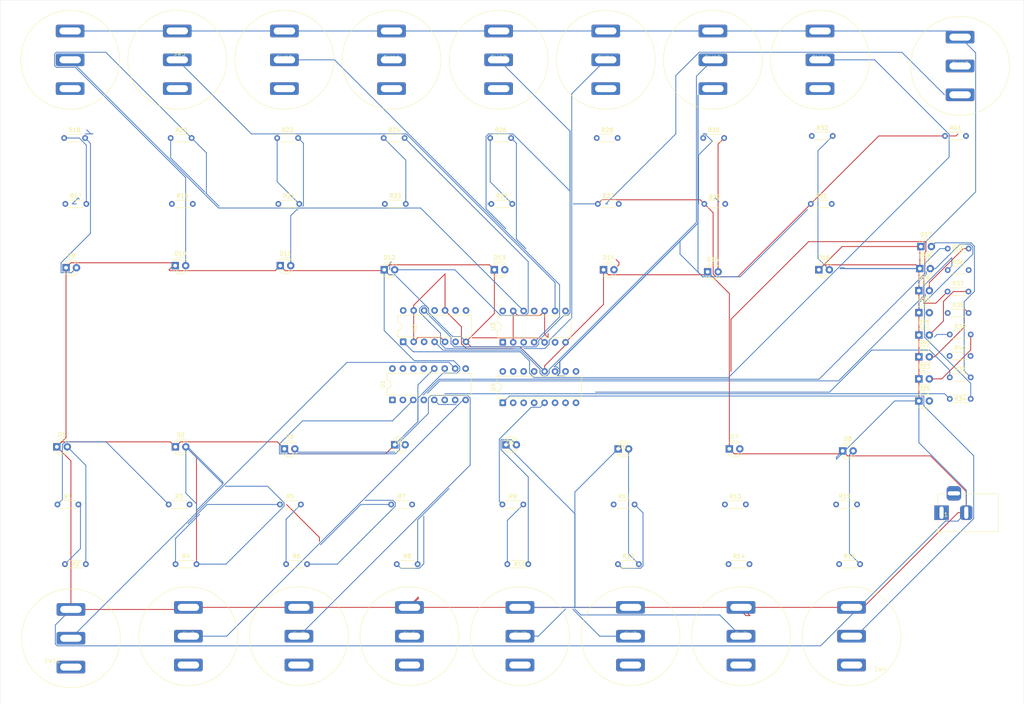
<source format=kicad_pcb>
(kicad_pcb (version 20241229) (generator "pcbnew") (generator_version "9.0")
  (layers (0 "F.Cu" signal) (2 "B.Cu" signal) (13 "F.Paste" user) (15 "B.Paste" user) (5 "F.SilkS" user "F.Silkscreen") (7 "B.SilkS" user "B.Silkscreen") (1 "F.Mask" user) (3 "B.Mask" user) (25 "Edge.Cuts" user))
  (net 0 "")
  (net 1 "GND")
  (net 2 "Net-(D1-A)")
  (net 3 "Net-(D2-A)")
  (net 4 "Net-(D3-A)")
  (net 5 "Net-(D4-A)")
  (net 6 "Net-(D5-A)")
  (net 7 "Net-(D6-A)")
  (net 8 "Net-(D7-A)")
  (net 9 "Net-(D8-A)")
  (net 10 "Net-(D9-A)")
  (net 11 "Net-(D10-A)")
  (net 12 "Net-(D11-A)")
  (net 13 "Net-(D12-A)")
  (net 14 "Net-(D13-A)")
  (net 15 "Net-(D14-A)")
  (net 16 "Net-(D15-A)")
  (net 17 "Net-(D16-A)")
  (net 18 "Net-(D17-A)")
  (net 19 "Net-(D18-A)")
  (net 20 "Net-(D19-A)")
  (net 21 "Net-(D20-A)")
  (net 22 "Net-(D21-A)")
  (net 23 "Net-(D22-A)")
  (net 24 "Net-(D23-A)")
  (net 25 "Net-(D24-A)")
  (net 26 "VCC")
  (net 27 "Net-(R1-Pad2)")
  (net 28 "Net-(R3-Pad2)")
  (net 29 "Net-(R5-Pad2)")
  (net 30 "Net-(R7-Pad2)")
  (net 31 "Net-(R10-Pad1)")
  (net 32 "Net-(R11-Pad2)")
  (net 33 "Net-(R13-Pad2)")
  (net 34 "Net-(R15-Pad2)")
  (net 35 "Net-(R17-Pad2)")
  (net 36 "Net-(R19-Pad2)")
  (net 37 "Net-(R21-Pad2)")
  (net 38 "Net-(R23-Pad2)")
  (net 39 "Net-(R25-Pad2)")
  (net 40 "Net-(R27-Pad2)")
  (net 41 "Net-(R29-Pad2)")
  (net 42 "Net-(R31-Pad2)")
  (net 43 "/S0")
  (net 44 "/S1")
  (net 45 "/S2")
  (net 46 "/S3")
  (net 47 "/S4")
  (net 48 "/S5")
  (net 49 "/S6")
  (net 50 "/S7")
  (net 51 "/SUB")
  (net 52 "/B0")
  (net 54 "/A6")
  (net 56 "/A5")
  (net 58 "/A7")
  (net 61 "/B1")
  (net 62 "/A3")
  (net 64 "/A4")
  (net 66 "/A2")
  (net 68 "/A1")
  (net 71 "/B2")
  (net 73 "/B3")
  (net 74 "/A0")
  (net 76 "/B4")
  (net 78 "/B5")
  (net 80 "/B6")
  (net 83 "/B7")
  (net 84 "Net-(U1-B3)")
  (net 85 "Net-(U1-C4)")
  (net 86 "Net-(U1-B4)")
  (net 87 "Net-(U1-B2)")
  (net 88 "Net-(U1-B1)")
  (net 89 "Net-(U4-B1)")
  (net 90 "Net-(U4-B2)")
  (net 91 "Net-(U4-B3)")
  (net 92 "Net-(U4-B4)")
  (footprint "new switch:adder switch" (layer "F.Cu") (at 218.5 30)
    (property "Reference" "SW16")
    (property "Value" "SW_SPDT")
  )
  (footprint "Resistor_THT:R_Axial_DIN0204_L3.6mm_D1.6mm_P5.08mm_Horizontal" (layer "F.Cu") (at 195.42 138)
    (property "Reference" "R13")
    (property "Value" "1k")
  )
  (footprint "new switch:adder switch" (layer "F.Cu") (at 172.5 170)
    (property "Reference" "SW3")
    (property "Value" "SW_SPDT")
  )
  (footprint "LED_THT:LED_D3.0mm" (layer "F.Cu") (at 242.5 91.428572)
    (property "Reference" "D20")
    (property "Value" "LED")
  )
  (footprint "LED_THT:LED_D3.0mm" (layer "F.Cu") (at 169.5 124.5)
    (property "Reference" "D6")
    (property "Value" "LED")
  )
  (footprint "new switch:adder switch" (layer "F.Cu") (at 118.849206 170)
    (property "Reference" "SW6")
    (property "Value" "SW_SPDT")
  )
  (footprint "new switch:adder switch" (layer "F.Cu") (at 199.325396 170)
    (property "Reference" "SW2")
    (property "Value" "SW_SPDT")
  )
  (footprint "new switch:adder switch" (layer "F.Cu") (at 36.683333 170.5)
    (property "Reference" "SW12")
    (property "Value" "SW_SPDT")
  )
  (footprint "Resistor_THT:R_Axial_DIN0204_L3.6mm_D1.6mm_P5.08mm_Horizontal" (layer "F.Cu") (at 250 107.142857)
    (property "Reference" "R33")
    (property "Value" "1k")
  )
  (footprint "Resistor_THT:R_Axial_DIN0204_L3.6mm_D1.6mm_P5.08mm_Horizontal" (layer "F.Cu") (at 86.751428 49)
    (property "Reference" "R22")
    (property "Value" "1k")
  )
  (footprint "Resistor_THT:R_Axial_DIN0204_L3.6mm_D1.6mm_P5.08mm_Horizontal" (layer "F.Cu") (at 142.614286 152.5)
    (property "Reference" "R10")
    (property "Value" "1k")
  )
  (footprint "Resistor_THT:R_Axial_DIN0204_L3.6mm_D1.6mm_P5.08mm_Horizontal" (layer "F.Cu") (at 114.42 138)
    (property "Reference" "R7")
    (property "Value" "1k")
  )
  (footprint "Resistor_THT:R_Axial_DIN0204_L3.6mm_D1.6mm_P5.08mm_Horizontal" (layer "F.Cu") (at 62.077143 152.5)
    (property "Reference" "R4")
    (property "Value" "1k")
  )
  (footprint "Package_DIP:DIP-16_W7.62mm" (layer "F.Cu") (at 114.72 112.62 90)
    (property "Reference" "U1")
    (property "Value" "~")
  )
  (footprint "Package_DIP:DIP-16_W7.62mm" (layer "F.Cu") (at 141.5 113.305 90)
    (property "Reference" "U4")
    (property "Value" "~")
  )
  (footprint "LED_THT:LED_D3.0mm" (layer "F.Cu") (at 242.5 96.857143)
    (property "Reference" "D21")
    (property "Value" "LED")
  )
  (footprint "Resistor_THT:R_Axial_DIN0204_L3.6mm_D1.6mm_P5.08mm_Horizontal" (layer "F.Cu") (at 249.46 86.285714)
    (property "Reference" "R37")
    (property "Value" "1k")
  )
  (footprint "new switch:adder switch" (layer "F.Cu") (at 145.674603 170)
    (property "Reference" "SW7")
    (property "Value" "SW_SPDT")
  )
  (footprint "new switch:adder switch" (layer "F.Cu") (at 114.5 30)
    (property "Reference" "SW11")
    (property "Value" "SW_SPDT")
  )
  (footprint "Resistor_THT:R_Axial_DIN0204_L3.6mm_D1.6mm_P5.08mm_Horizontal" (layer "F.Cu") (at 249.96 101.928572)
    (property "Reference" "R40")
    (property "Value" "1k")
  )
  (footprint "LED_THT:LED_D3.0mm" (layer "F.Cu") (at 112.73 81)
    (property "Reference" "D12")
    (property "Value" "LED")
  )
  (footprint "Resistor_THT:R_Axial_DIN0204_L3.6mm_D1.6mm_P5.08mm_Horizontal" (layer "F.Cu") (at 222.42 138)
    (property "Reference" "R15")
    (property "Value" "1k")
  )
  (footprint "Resistor_THT:R_Axial_DIN0204_L3.6mm_D1.6mm_P5.08mm_Horizontal" (layer "F.Cu") (at 190.157142 49)
    (property "Reference" "R30")
    (property "Value" "1k")
  )
  (footprint "Resistor_THT:R_Axial_DIN0204_L3.6mm_D1.6mm_P5.08mm_Horizontal" (layer "F.Cu") (at 248.845714 48.5)
    (property "Reference" "R41")
    (property "Value" "R")
  )
  (footprint "Resistor_THT:R_Axial_DIN0204_L3.6mm_D1.6mm_P5.08mm_Horizontal" (layer "F.Cu") (at 249.5 91.5)
    (property "Reference" "R38")
    (property "Value" "1k")
  )
  (footprint "Resistor_THT:R_Axial_DIN0204_L3.6mm_D1.6mm_P5.08mm_Horizontal" (layer "F.Cu") (at 35.048571 49)
    (property "Reference" "R18")
    (property "Value" "1k")
  )
  (footprint "Resistor_THT:R_Axial_DIN0204_L3.6mm_D1.6mm_P5.08mm_Horizontal" (layer "F.Cu") (at 115.768572 152.5)
    (property "Reference" "R8")
    (property "Value" "1k")
  )
  (footprint "new switch:adder switch" (layer "F.Cu") (at 88.5 30)
    (property "Reference" "SW10")
    (property "Value" "SW_SPDT")
  )
  (footprint "new switch:adder switch" (layer "F.Cu") (at 252.5 31.5)
    (property "Reference" "SW17")
    (property "Value" "SW_Push")
  )
  (footprint "LED_THT:LED_D3.0mm" (layer "F.Cu") (at 139.46 81)
    (property "Reference" "D13")
    (property "Value" "LED")
  )
  (footprint "LED_THT:LED_D3.0mm" (layer "F.Cu") (at 242.5 112.857143)
    (property "Reference" "D24")
    (property "Value" "LED")
  )
  (footprint "Resistor_THT:R_Axial_DIN0204_L3.6mm_D1.6mm_P5.08mm_Horizontal" (layer "F.Cu") (at 35.345714 65)
    (property "Reference" "R17")
    (property "Value" "1k")
  )
  (footprint "Resistor_THT:R_Axial_DIN0204_L3.6mm_D1.6mm_P5.08mm_Horizontal" (layer "F.Cu") (at 250 96.714286)
    (property "Reference" "R39")
    (property "Value" "1k")
  )
  (footprint "LED_THT:LED_D3.0mm" (layer "F.Cu") (at 242.5 102.142857)
    (property "Reference" "D22")
    (property "Value" "LED")
  )
  (footprint "LED_THT:LED_D3.0mm" (layer "F.Cu") (at 218.23 81)
    (property "Reference" "D16")
    (property "Value" "LED")
  )
  (footprint "LED_THT:LED_D3.0mm" (layer "F.Cu") (at 242.5 86.071429)
    (property "Reference" "D19")
    (property "Value" "LED")
  )
  (footprint "new switch:adder switch" (layer "F.Cu") (at 192.5 30)
    (property "Reference" "SW15")
    (property "Value" "SW_SPDT")
  )
  (footprint "Resistor_THT:R_Axial_DIN0204_L3.6mm_D1.6mm_P5.08mm_Horizontal" (layer "F.Cu") (at 112.602857 49)
    (property "Reference" "R24")
    (property "Value" "1k")
  )
  (footprint "Resistor_THT:R_Axial_DIN0204_L3.6mm_D1.6mm_P5.08mm_Horizontal" (layer "F.Cu") (at 223.151429 152.5)
    (property "Reference" "R16")
    (property "Value" "1k")
  )
  (footprint "LED_THT:LED_D3.0mm" (layer "F.Cu") (at 224 125)
    (property "Reference" "D8")
    (property "Value" "LED")
  )
  (footprint "Resistor_THT:R_Axial_DIN0204_L3.6mm_D1.6mm_P5.08mm_Horizontal" (layer "F.Cu") (at 60.9 49)
    (property "Reference" "R20")
    (property "Value" "1k")
  )
  (footprint "new switch:adder switch" (layer "F.Cu") (at 62.5 30)
    (property "Reference" "SW5")
    (property "Value" "SW_SPDT")
  )
  (footprint "Resistor_THT:R_Axial_DIN0204_L3.6mm_D1.6mm_P5.08mm_Horizontal" (layer "F.Cu") (at 250 112.357143)
    (property "Reference" "R34")
    (property "Value" "1k")
  )
  (footprint "Resistor_THT:R_Axial_DIN0204_L3.6mm_D1.6mm_P5.08mm_Horizontal" (layer "F.Cu") (at 138.728571 65)
    (property "Reference" "R25")
    (property "Value" "1k")
  )
  (footprint "LED_THT:LED_D3.0mm" (layer "F.Cu") (at 142.27 123.5)
    (property "Reference" "D5")
    (property "Value" "LED")
  )
  (footprint "Resistor_THT:R_Axial_DIN0204_L3.6mm_D1.6mm_P5.08mm_Horizontal" (layer "F.Cu") (at 190.42 65)
    (property "Reference" "R29")
    (property "Value" "1k")
  )
  (footprint "Resistor_THT:R_Axial_DIN0204_L3.6mm_D1.6mm_P5.08mm_Horizontal" (layer "F.Cu") (at 33.42 138)
    (property "Reference" "R1")
    (property "Value" "1k")
  )
  (footprint "Resistor_THT:R_Axial_DIN0204_L3.6mm_D1.6mm_P5.08mm_Horizontal" (layer "F.Cu") (at 216.265714 65)
    (property "Reference" "R31")
    (property "Value" "1k")
  )
  (footprint "new switch:adder switch" (layer "F.Cu") (at 65.198413 170)
    (property "Reference" "SW9")
    (property "Value" "SW_SPDT")
  )
  (footprint "Resistor_THT:R_Axial_DIN0204_L3.6mm_D1.6mm_P5.08mm_Horizontal" (layer "F.Cu") (at 249.5 75.857143)
    (property "Reference" "R35")
    (property "Value" "1k")
  )
  (footprint "Resistor_THT:R_Axial_DIN0204_L3.6mm_D1.6mm_P5.08mm_Horizontal" (layer "F.Cu") (at 164.305714 49)
    (property "Reference" "R28")
    (property "Value" "1k")
  )
  (footprint "LED_THT:LED_D3.0mm" (layer "F.Cu") (at 191.23 81.5)
    (property "Reference" "D15")
    (property "Value" "LED")
  )
  (footprint "LED_THT:LED_D3.0mm" (layer "F.Cu") (at 165.96 81)
    (property "Reference" "D14")
    (property "Value" "LED")
  )
  (footprint "Package_DIP:DIP-14_W7.62mm" (layer "F.Cu") (at 117.34 98.5 90)
    (property "Reference" "U2")
    (property "Value" "~")
  )
  (footprint "Resistor_THT:R_Axial_DIN0204_L3.6mm_D1.6mm_P5.08mm_Horizontal" (layer "F.Cu") (at 164.574285 65)
    (property "Reference" "R27")
    (property "Value" "1k")
  )
  (footprint "LED_THT:LED_D3.0mm" (layer "F.Cu") (at 88.5 124.5)
    (property "Reference" "D3")
    (property "Value" "LED")
  )
  (footprint "Resistor_THT:R_Axial_DIN0204_L3.6mm_D1.6mm_P5.08mm_Horizontal" (layer "F.Cu") (at 112.882857 65)
    (property "Reference" "R23")
    (property "Value" "1k")
  )
  (footprint "Resistor_THT:R_Axial_DIN0204_L3.6mm_D1.6mm_P5.08mm_Horizontal" (layer "F.Cu") (at 249.5 81.071429)
    (property "Reference" "R36")
    (property "Value" "1k")
  )
  (footprint "Resistor_THT:R_Axial_DIN0204_L3.6mm_D1.6mm_P5.08mm_Horizontal" (layer "F.Cu") (at 169.46 152.5)
    (property "Reference" "R12")
    (property "Value" "1k")
  )
  (footprint "Resistor_THT:R_Axial_DIN0204_L3.6mm_D1.6mm_P5.08mm_Horizontal" (layer "F.Cu") (at 141.42 138)
    (property "Reference" "R9")
    (property "Value" "1k")
  )
  (footprint "LED_THT:LED_D3.0mm" (layer "F.Cu") (at 243 75.357143)
    (property "Reference" "D17")
    (property "Value" "LED")
  )
  (footprint "LED_THT:LED_D3.0mm" (layer "F.Cu") (at 115.27 123.5)
    (property "Reference" "D4")
    (property "Value" "LED")
  )
  (footprint "new switch:adder switch" (layer "F.Cu") (at 36.5 30)
    (property "Reference" "SW1")
    (property "Value" "SW_SPDT")
  )
  (footprint "new switch:adder switch" (layer "F.Cu") (at 166.5 30)
    (property "Reference" "SW14")
    (property "Value" "SW_SPDT")
  )
  (footprint "LED_THT:LED_D3.0mm" (layer "F.Cu") (at 242.73 80.714286)
    (property "Reference" "D18")
    (property "Value" "LED")
  )
  (footprint "new switch:adder switch" (layer "F.Cu") (at 140.5 30)
    (property "Reference" "SW13")
    (property "Value" "SW_SPDT")
  )
  (footprint "new switch:adder switch" (layer "F.Cu") (at 92.023809 170)
    (property "Reference" "SW8")
    (property "Value" "SW_SPDT")
  )
  (footprint "LED_THT:LED_D3.0mm" (layer "F.Cu") (at 242.5 107.5)
    (property "Reference" "D23")
    (property "Value" "LED")
  )
  (footprint "Resistor_THT:R_Axial_DIN0204_L3.6mm_D1.6mm_P5.08mm_Horizontal" (layer "F.Cu") (at 196.305715 152.5)
    (property "Reference" "R14")
    (property "Value" "1k")
  )
  (footprint "LED_THT:LED_D3.0mm" (layer "F.Cu") (at 62 80)
    (property "Reference" "D10")
    (property "Value" "LED")
  )
  (footprint "LED_THT:LED_D3.0mm" (layer "F.Cu") (at 33.27 124)
    (property "Reference" "D1")
    (property "Value" "LED")
  )
  (footprint "Resistor_THT:R_Axial_DIN0204_L3.6mm_D1.6mm_P5.08mm_Horizontal" (layer "F.Cu") (at 35.231429 152.5)
    (property "Reference" "R2")
    (property "Value" "1k")
  )
  (footprint "Resistor_THT:R_Axial_DIN0204_L3.6mm_D1.6mm_P5.08mm_Horizontal" (layer "F.Cu") (at 87.42 138)
    (property "Reference" "R5")
    (property "Value" "1k")
  )
  (footprint "LED_THT:LED_D3.0mm" (layer "F.Cu") (at 87.5 80)
    (property "Reference" "D11")
    (property "Value" "LED")
  )
  (footprint "LED_THT:LED_D3.0mm" (layer "F.Cu") (at 35.5 80.5)
    (property "Reference" "D9")
    (property "Value" "LED")
  )
  (footprint "Resistor_THT:R_Axial_DIN0204_L3.6mm_D1.6mm_P5.08mm_Horizontal" (layer "F.Cu") (at 87.037143 65)
    (property "Reference" "R21")
    (property "Value" "1k")
  )
  (footprint "Resistor_THT:R_Axial_DIN0204_L3.6mm_D1.6mm_P5.08mm_Horizontal" (layer "F.Cu") (at 88.922858 152.5)
    (property "Reference" "R6")
    (property "Value" "1k")
  )
  (footprint "Resistor_THT:R_Axial_DIN0204_L3.6mm_D1.6mm_P5.08mm_Horizontal" (layer "F.Cu") (at 216.508571 48.5)
    (property "Reference" "R32")
    (property "Value" "1k")
  )
  (footprint "Connector_BarrelJack:BarrelJack_Horizontal" (layer "F.Cu") (at 248 140 180)
    (property "Reference" "J1")
    (property "Value" "Barrel_Jack")
  )
  (footprint "LED_THT:LED_D3.0mm" (layer "F.Cu") (at 62.04 124)
    (property "Reference" "D2")
    (property "Value" "LED")
  )
  (footprint "Resistor_THT:R_Axial_DIN0204_L3.6mm_D1.6mm_P5.08mm_Horizontal" (layer "F.Cu") (at 60.42 138)
    (property "Reference" "R3")
    (property "Value" "1k")
  )
  (footprint "Resistor_THT:R_Axial_DIN0204_L3.6mm_D1.6mm_P5.08mm_Horizontal" (layer "F.Cu") (at 168.42 138)
    (property "Reference" "R11")
    (property "Value" "1k")
  )
  (footprint "Package_DIP:DIP-14_W7.62mm" (layer "F.Cu") (at 141.5 98.62 90)
    (property "Reference" "U3")
    (property "Value" "~")
  )
  (footprint "Resistor_THT:R_Axial_DIN0204_L3.6mm_D1.6mm_P5.08mm_Horizontal" (layer "F.Cu") (at 61.191428 65)
    (property "Reference" "R19")
    (property "Value" "1k")
  )
  (footprint "LED_THT:LED_D3.0mm" (layer "F.Cu") (at 196.5 124.5)
    (property "Reference" "D7")
    (property "Value" "LED")
  )
  (footprint "Resistor_THT:R_Axial_DIN0204_L3.6mm_D1.6mm_P5.08mm_Horizontal" (layer "F.Cu") (at 138.454285 49)
    (property "Reference" "R26")
    (property "Value" "1k")
  )
  (footprint "new switch:adder switch" (layer "F.Cu") (at 226.150793 170)
    (property "Reference" "SW4")
    (property "Value" "SW_SPDT")
  )
  (gr_rect (start 19.5 15.5) (end 268 186.5) (stroke (width 0.05)) (fill no) (layer "Edge.Cuts"))
  (segment (start 169 78.5) (end 169.701 79.201) (width 0.2) (layer "F.Cu") (net 0))
  (segment (start 251.5 48.5) (end 249.846714 48.5) (width 0.2) (layer "F.Cu") (net 0))
  (segment (start 169.701 79.201) (end 169.701 79.799) (width 0.2) (layer "F.Cu") (net 0))
  (segment (start 97 146) (end 97 147) (width 0.2) (layer "F.Cu") (net 0))
  (segment (start 169.701 79.799) (end 169.349235 80.150765) (width 0.2) (layer "F.Cu") (net 0))
  (segment (start 252 48) (end 251.5 48.5) (width 0.2) (layer "F.Cu") (net 0))
  (segment (start 89 138) (end 97 146) (width 0.2) (layer "F.Cu") (net 0))
  (segment (start 166.5 65) (end 183.5 48) (width 0.2) (layer "B.Cu") (net 0))
  (segment (start 189.018 65) (end 189.018 54.652042) (width 0.2) (layer "B.Cu") (net 0))
  (segment (start 188.901 54.535042) (end 188.901 69.65605) (width 0.2) (layer "B.Cu") (net 0))
  (segment (start 191 48) (end 190.999 47.999) (width 0.2) (layer "B.Cu") (net 0))
  (segment (start 40.5 47) (end 41.5 48) (width 0.2) (layer "B.Cu") (net 0))
  (segment (start 192.368571 49.795801) (end 189.018 53.146372) (width 0.2) (layer "B.Cu") (net 0))
  (segment (start 155.301 106.14105) (end 154.65605 106.786) (width 0.2) (layer "B.Cu") (net 0))
  (segment (start 42 48) (end 40.544199 48) (width 0.2) (layer "B.Cu") (net 0))
  (segment (start 155.301 103.25605) (end 155.301 106.14105) (width 0.2) (layer "B.Cu") (net 0))
  (segment (start 155.370143 106.071907) (end 155 106.44205) (width 0.2) (layer "B.Cu") (net 0))
  (segment (start 154.65605 104.584) (end 153.97305 104.584) (width 0.2) (layer "B.Cu") (net 0))
  (segment (start 184.528525 74.028525) (end 155.370143 103.186907) (width 0.2) (layer "B.Cu") (net 0))
  (segment (start 155 106.44205) (end 155 106.786) (width 0.2) (layer "B.Cu") (net 0))
  (segment (start 153.97305 104.584) (end 188.901 69.65605) (width 0.2) (layer "B.Cu") (net 0))
  (segment (start 183.5 48) (end 183.5 33.830864) (width 0.2) (layer "B.Cu") (net 0))
  (segment (start 189.018 54.652042) (end 188.901 54.535042) (width 0.2) (layer "B.Cu") (net 0))
  (segment (start 40.543199 47.999) (end 40.128571 47.999) (width 0.2) (layer "B.Cu") (net 0))
  (segment (start 188.901 69.65605) (end 155.301 103.25605) (width 0.2) (layer "B.Cu") (net 0))
  (segment (start 114.069 79.431) (end 114.069 81) (width 0.2) (layer "B.Cu") (net 0))
  (segment (start 167 65) (end 166.5 65) (width 0.2) (layer "B.Cu") (net 0))
  (segment (start 238.393 28.169) (end 248.724 38.5) (width 0.2) (layer "B.Cu") (net 0))
  (segment (start 193 63.5) (end 194 64.5) (width 0.2) (layer "B.Cu") (net 0))
  (segment (start 199.131814 82.701) (end 215.430814 66.402) (width 0.2) (layer "B.Cu") (net 0))
  (segment (start 184.528525 77.200525) (end 184.528525 74.028525) (width 0.2) (layer "B.Cu") (net 0))
  (segment (start 37 65) (end 38.429307 63.570693) (width 0.2) (layer "B.Cu") (net 0))
  (segment (start 155.301 106.14105) (end 155.301 105.22895) (width 0.2) (layer "B.Cu") (net 0))
  (segment (start 155 106.786) (end 156.5 106.786) (width 0.2) (layer "B.Cu") (net 0))
  (segment (start 188.901 81.573) (end 190.029 82.701) (width 0.2) (layer "B.Cu") (net 0))
  (segment (start 183.5 33.830864) (end 189.161864 28.169) (width 0.2) (layer "B.Cu") (net 0))
  (segment (start 155.370143 103.186907) (end 155.370143 106.071907) (width 0.2) (layer "B.Cu") (net 0))
  (segment (start 155.301 105.22895) (end 154.65605 104.584) (width 0.2) (layer "B.Cu") (net 0))
  (segment (start 188.901 38.570136) (end 188.901 81.573) (width 0.2) (layer "B.Cu") (net 0))
  (segment (start 190.157142 47.999) (end 190.57177 47.999) (width 0.2) (layer "B.Cu") (net 0))
  (segment (start 190.029 82.701) (end 199.131814 82.701) (width 0.2) (layer "B.Cu") (net 0))
  (segment (start 190.57177 47.999) (end 192.368571 49.795801) (width 0.2) (layer "B.Cu") (net 0))
  (segment (start 38.429307 63.570693) (end 38.679307 63.820693) (width 0.2) (layer "B.Cu") (net 0))
  (segment (start 190.999 47.999) (end 190.157142 47.999) (width 0.2) (layer "B.Cu") (net 0))
  (segment (start 114.5 79) (end 114.069 79.431) (width 0.2) (layer "B.Cu") (net 0))
  (segment (start 190.029 82.701) (end 184.528525 77.200525) (width 0.2) (layer "B.Cu") (net 0))
  (segment (start 41.5 48) (end 42 48) (width 0.2) (layer "B.Cu") (net 0))
  (segment (start 40.544199 48) (end 40.543199 47.999) (width 0.2) (layer "B.Cu") (net 0))
  (segment (start 189.018 53.146372) (end 189.018 65) (width 0.2) (layer "B.Cu") (net 0))
  (segment (start 188.901 69.65605) (end 188.901 38.570136) (width 0.2) (layer "B.Cu") (net 0))
  (segment (start 38 65) (end 37 65) (width 0.2) (layer "B.Cu") (net 0))
  (segment (start 189.161864 28.169) (end 238.393 28.169) (width 0.2) (layer "B.Cu") (net 0))
  (segment (start 242.5 112.857143) (end 242.5 107.5) (width 0.2) (layer "F.Cu") (net 1))
  (segment (start 199.325396 163) (end 226.150793 163) (width 0.2) (layer "F.Cu") (net 1))
  (segment (start 62.04 124) (end 63.241 122.799) (width 0.2) (layer "F.Cu") (net 1))
  (segment (start 242.73 75.627143) (end 243 75.357143) (width 0.2) (layer "F.Cu") (net 1))
  (segment (start 113.931 79.799) (end 112.73 81) (width 0.2) (layer "F.Cu") (net 1))
  (segment (start 243 75.357143) (end 223.872857 75.357143) (width 0.2) (layer "F.Cu") (net 1))
  (segment (start 112.529 81.201) (end 88.701 81.201) (width 0.2) (layer "F.Cu") (net 1))
  (segment (start 33.27 124) (end 34.471 122.799) (width 0.2) (layer "F.Cu") (net 1))
  (segment (start 241.814714 79.799) (end 242.73 80.714286) (width 0.2) (layer "F.Cu") (net 1))
  (segment (start 145.674603 163) (end 172.5 163) (width 0.2) (layer "F.Cu") (net 1))
  (segment (start 35.5 80.5) (end 35.5 121.77) (width 0.2) (layer "F.Cu") (net 1))
  (segment (start 242.5 96.857143) (end 242.5 91.428572) (width 0.2) (layer "F.Cu") (net 1))
  (segment (start 223.299 125.701) (end 197.701 125.701) (width 0.2) (layer "F.Cu") (net 1))
  (segment (start 252 140) (end 254 140) (width 0.2) (layer "F.Cu") (net 1))
  (segment (start 172.5 163) (end 199.5 163) (width 0.2) (layer "F.Cu") (net 1))
  (segment (start 35.5 121.77) (end 33.27 124) (width 0.2) (layer "F.Cu") (net 1))
  (segment (start 242.5 80.484286) (end 242.73 80.714286) (width 0.2) (layer "F.Cu") (net 1))
  (segment (start 118.849206 163) (end 145.674603 163) (width 0.2) (layer "F.Cu") (net 1))
  (segment (start 242.5 91.428572) (end 242.5 86.071429) (width 0.2) (layer "F.Cu") (net 1))
  (segment (start 139.46 91.62) (end 139.46 81) (width 0.2) (layer "F.Cu") (net 1))
  (segment (start 199.325396 163.825396) (end 199.325396 163) (width 0.2) (layer "F.Cu") (net 1))
  (segment (start 62 80) (end 61.299 79.299) (width 0.2) (layer "F.Cu") (net 1))
  (segment (start 132.58 98.5) (end 139.46 91.62) (width 0.2) (layer "F.Cu") (net 1))
  (segment (start 165.96 89.4) (end 156.74 98.62) (width 0.2) (layer "F.Cu") (net 1))
  (segment (start 191.23 81.5) (end 190.529 82.201) (width 0.2) (layer "F.Cu") (net 1))
  (segment (start 60.5 81) (end 61.5 80) (width 0.2) (layer "F.Cu") (net 1))
  (segment (start 254 140) (end 254 134.879588) (width 0.2) (layer "F.Cu") (net 1))
  (segment (start 190.529 82.201) (end 167.161 82.201) (width 0.2) (layer "F.Cu") (net 1))
  (segment (start 200.5 165) (end 199.325396 163.825396) (width 0.2) (layer "F.Cu") (net 1))
  (segment (start 139.46 81) (end 138.259 79.799) (width 0.2) (layer "F.Cu") (net 1))
  (segment (start 225.201 126.201) (end 224 125) (width 0.2) (layer "F.Cu") (net 1))
  (segment (start 113.069 125.701) (end 115.27 123.5) (width 0.2) (layer "F.Cu") (net 1))
  (segment (start 242.73 80.714286) (end 242.73 75.627143) (width 0.2) (layer "F.Cu") (net 1))
  (segment (start 60.839 122.799) (end 62.04 124) (width 0.2) (layer "F.Cu") (net 1))
  (segment (start 61.299 79.299) (end 36.701 79.299) (width 0.2) (layer "F.Cu") (net 1))
  (segment (start 226.150793 163) (end 229 163) (width 0.2) (layer "F.Cu") (net 1))
  (segment (start 224 125) (end 223.299 125.701) (width 0.2) (layer "F.Cu") (net 1))
  (segment (start 87.5 80) (end 86.299 81.201) (width 0.2) (layer "F.Cu") (net 1))
  (segment (start 92.023809 163) (end 118.5 163) (width 0.2) (layer "F.Cu") (net 1))
  (segment (start 36.683333 127.413333) (end 36.683333 163.5) (width 0.2) (layer "F.Cu") (net 1))
  (segment (start 196.5 124.5) (end 196.5 86.77) (width 0.2) (layer "F.Cu") (net 1))
  (segment (start 242.5 107.5) (end 242.5 102.142857) (width 0.2) (layer "F.Cu") (net 1))
  (segment (start 199.5 163) (end 201.5 165) (width 0.2) (layer "F.Cu") (net 1))
  (segment (start 33.27 124) (end 36.683333 127.413333) (width 0.2) (layer "F.Cu") (net 1))
  (segment (start 151.66 105.685) (end 145.696 99.721) (width 0.2) (layer "F.Cu") (net 1))
  (segment (start 86.799 122.799) (end 88.5 124.5) (width 0.2) (layer "F.Cu") (net 1))
  (segment (start 64.698413 163.5) (end 65.198413 163) (width 0.2) (layer "F.Cu") (net 1))
  (segment (start 223.872857 75.357143) (end 218.23 81) (width 0.2) (layer "F.Cu") (net 1))
  (segment (start 245.321412 126.201) (end 225.201 126.201) (width 0.2) (layer "F.Cu") (net 1))
  (segment (start 36.701 79.299) (end 35.5 80.5) (width 0.2) (layer "F.Cu") (net 1))
  (segment (start 156.74 99.26) (end 151.66 104.34) (width 0.2) (layer "F.Cu") (net 1))
  (segment (start 254 134.879588) (end 245.321412 126.201) (width 0.2) (layer "F.Cu") (net 1))
  (segment (start 89.701 125.701) (end 113.069 125.701) (width 0.2) (layer "F.Cu") (net 1))
  (segment (start 156.74 98.62) (end 156.74 99.26) (width 0.2) (layer "F.Cu") (net 1))
  (segment (start 118.5 163) (end 121 160.5) (width 0.2) (layer "F.Cu") (net 1))
  (segment (start 121 160.849206) (end 118.849206 163) (width 0.2) (layer "F.Cu") (net 1))
  (segment (start 133.801 99.721) (end 132.58 98.5) (width 0.2) (layer "F.Cu") (net 1))
  (segment (start 34.471 122.799) (end 60.839 122.799) (width 0.2) (layer "F.Cu") (net 1))
  (segment (start 88.701 81.201) (end 87.5 80) (width 0.2) (layer "F.Cu") (net 1))
  (segment (start 219.431 79.799) (end 241.814714 79.799) (width 0.2) (layer "F.Cu") (net 1))
  (segment (start 36.683333 163.5) (end 64.698413 163.5) (width 0.2) (layer "F.Cu") (net 1))
  (segment (start 60.701 81.201) (end 60.5 81) (width 0.2) (layer "F.Cu") (net 1))
  (segment (start 197.701 125.701) (end 196.5 124.5) (width 0.2) (layer "F.Cu") (net 1))
  (segment (start 138.259 79.799) (end 113.931 79.799) (width 0.2) (layer "F.Cu") (net 1))
  (segment (start 218.23 81) (end 219.431 79.799) (width 0.2) (layer "F.Cu") (net 1))
  (segment (start 196.5 86.77) (end 191.23 81.5) (width 0.2) (layer "F.Cu") (net 1))
  (segment (start 165.96 81) (end 165.96 89.4) (width 0.2) (layer "F.Cu") (net 1))
  (segment (start 242.5 86.071429) (end 242.5 80.484286) (width 0.2) (layer "F.Cu") (net 1))
  (segment (start 167.161 82.201) (end 165.96 81) (width 0.2) (layer "F.Cu") (net 1))
  (segment (start 63.241 122.799) (end 86.799 122.799) (width 0.2) (layer "F.Cu") (net 1))
  (segment (start 86.299 81.201) (end 60.701 81.201) (width 0.2) (layer "F.Cu") (net 1))
  (segment (start 112.73 81) (end 112.529 81.201) (width 0.2) (layer "F.Cu") (net 1))
  (segment (start 145.696 99.721) (end 133.801 99.721) (width 0.2) (layer "F.Cu") (net 1))
  (segment (start 121 160.5) (end 121 160.849206) (width 0.2) (layer "F.Cu") (net 1))
  (segment (start 201.5 165) (end 200.5 165) (width 0.2) (layer "F.Cu") (net 1))
  (segment (start 88.5 124.5) (end 89.701 125.701) (width 0.2) (layer "F.Cu") (net 1))
  (segment (start 151.66 104.34) (end 151.66 105.685) (width 0.2) (layer "F.Cu") (net 1))
  (segment (start 229 163) (end 252 140) (width 0.2) (layer "F.Cu") (net 1))
  (segment (start 65.198413 163) (end 92.023809 163) (width 0.2) (layer "F.Cu") (net 1))
  (segment (start 242.5 102.142857) (end 242.5 96.857143) (width 0.2) (layer "F.Cu") (net 1))
  (segment (start 61.5 80) (end 62 80) (width 0.2) (layer "F.Cu") (net 1))
  (segment (start 32.907333 167.276) (end 32.907333 171.893136) (width 0.2) (layer "B.Cu") (net 1))
  (segment (start 222.5 126.5) (end 224 125) (width 0.2) (layer "B.Cu") (net 1))
  (segment (start 252 24.5) (end 250.5 23) (width 0.2) (layer "B.Cu") (net 1))
  (segment (start 244.332 82.081386) (end 244.332 81.474757) (width 0.2) (layer "B.Cu") (net 1))
  (segment (start 131.061 105.45605) (end 131.061 104.54395) (width 0.2) (layer "B.Cu") (net 1))
  (segment (start 251.949 142.051) (end 254 140) (width 0.2) (layer "B.Cu") (net 1))
  (segment (start 159 135) (end 169.5 124.5) (width 0.2) (layer "B.Cu") (net 1))
  (segment (start 146.097 100.122) (end 127.56495 100.122) (width 0.2) (layer "B.Cu") (net 1))
  (segment (start 36.683333 163.5) (end 32.907333 167.276) (width 0.2) (layer "B.Cu") (net 1))
  (segment (start 120.05284 103.099) (end 112.73 95.77616) (width 0.2) (layer "B.Cu") (net 1))
  (segment (start 62.5 23) (end 36.5 23) (width 0.2) (layer "B.Cu") (net 1))
  (segment (start 88.5 23) (end 62.5 23) (width 0.2) (layer "B.Cu") (net 1))
  (segment (start 130.41605 106.101) (end 131.061 105.45605) (width 0.2) (layer "B.Cu") (net 1))
  (segment (start 114.5 23) (end 88.5 23) (width 0.2) (layer "B.Cu") (net 1))
  (segment (start 131.3129 97.2329) (end 132.58 98.5) (width 0.2) (layer "B.Cu") (net 1))
  (segment (start 159 140.23) (end 142.27 123.5) (width 0.2) (layer "B.Cu") (net 1))
  (segment (start 120.901 117.869) (end 120.901 108.979) (width 0.2) (layer "B.Cu") (net 1))
  (segment (start 129.34 97.2329) (end 131.3129 97.2329) (width 0.2) (layer "B.Cu") (net 1))
  (segment (start 236.642857 112.857143) (end 222.5 127) (width 0.2) (layer "B.Cu") (net 1))
  (segment (start 242.5 91.428572) (end 242.5 89.040529) (width 0.2) (layer "B.Cu") (net 1))
  (segment (start 254 140) (end 254 134.5) (width 0.2) (layer "B.Cu") (net 1))
  (segment (start 242.73 80.714286) (end 224.5 80.714286) (width 0.2) (layer "B.Cu") (net 1))
  (segment (start 151.66 105.685) (end 146.097 100.122) (width 0.2) (layer "B.Cu") (net 1))
  (segment (start 159 163) (end 159 140.23) (width 0.2) (layer "B.Cu") (net 1))
  (segment (start 166.5 23) (end 140.5 23) (width 0.2) (layer "B.Cu") (net 1))
  (segment (start 192.5 23) (end 166.5 23) (width 0.2) (layer "B.Cu") (net 1))
  (segment (start 32.907333 171.893136) (end 33.345197 172.331) (width 0.2) (layer "B.Cu") (net 1))
  (segment (start 123.521 90.42395) (end 115.29805 82.201) (width 0.2) (layer "B.Cu") (net 1))
  (segment (start 243 75.357143) (end 256.276 62.081143) (width 0.2) (layer "B.Cu") (net 1))
  (segment (start 115.29805 82.201) (end 113.931 82.201) (width 0.2) (layer "B.Cu") (net 1))
  (segment (start 242.5 112.857143) (end 236.642857 112.857143) (width 0.2) (layer "B.Cu") (net 1))
  (segment (start 159 163) (end 159 135) (width 0.2) (layer "B.Cu") (net 1))
  (segment (start 121.319 90.42395) (end 121.96395 89.779) (width 0.2) (layer "B.Cu") (net 1))
  (segment (start 120.901 117.869) (end 120.901 112.16395) (width 0.2) (layer "B.Cu") (net 1))
  (segment (start 115.27 123.5) (end 120.901 117.869) (width 0.2) (layer "B.Cu") (net 1))
  (segment (start 242.5 123) (end 242.5 112.857143) (width 0.2) (layer "B.Cu") (net 1))
  (segment (start 252.5 24.5) (end 252 24.5) (width 0.2) (layer "B.Cu") (net 1))
  (segment (start 120.901 112.16395) (end 126.96395 106.101) (width 0.2) (layer "B.Cu") (net 1))
  (segment (start 223.321285 80.714286) (end 242.73 80.714286) (width 0.2) (layer "B.Cu") (net 1))
  (segment (start 244.102 87.438529) (end 244.102 86.8319) (width 0.2) (layer "B.Cu") (net 1))
  (segment (start 248.930657 142.051) (end 251.949 142.051) (width 0.2) (layer "B.Cu") (net 1))
  (segment (start 242.5 89.040529) (end 244.102 87.438529) (width 0.2) (layer "B.Cu") (net 1))
  (segment (start 123.521 91.4139) (end 129.34 97.2329) (width 0.2) (layer "B.Cu") (net 1))
  (segment (start 218.650657 172.331) (end 248.930657 142.051) (width 0.2) (layer "B.Cu") (net 1))
  (segment (start 256.276 28.276) (end 252.5 24.5) (width 0.2) (layer "B.Cu") (net 1))
  (segment (start 126.399 98.95605) (end 126.399 96.41605) (width 0.2) (layer "B.Cu") (net 1))
  (segment (start 222.5 127) (end 222.5 126.5) (width 0.2) (layer "B.Cu") (net 1))
  (segment (start 223.517785 80.517786) (end 223.321285 80.714286) (width 0.2) (layer "B.Cu") (net 1))
  (segment (start 121.96395 89.779) (end 122.87605 89.779) (width 0.2) (layer "B.Cu") (net 1))
  (segment (start 140.5 23) (end 114.5 23) (width 0.2) (layer "B.Cu") (net 1))
  (segment (start 224.3035 80.517786) (end 223.517785 80.517786) (width 0.2) (layer "B.Cu") (net 1))
  (segment (start 254 134.5) (end 242.5 123) (width 0.2) (layer "B.Cu") (net 1))
  (segment (start 131.061 104.54395) (end 129.61605 103.099) (width 0.2) (layer "B.Cu") (net 1))
  (segment (start 112.73 95.77616) (end 112.73 81) (width 0.2) (layer "B.Cu") (net 1))
  (segment (start 145.674603 163) (end 159 163) (width 0.2) (layer "B.Cu") (net 1))
  (segment (start 121.319 91.33605) (end 121.319 90.42395) (width 0.2) (layer "B.Cu") (net 1))
  (segment (start 250.5 23) (end 218.5 23) (width 0.2) (layer "B.Cu") (net 1))
  (segment (start 120.901 108.979) (end 124.88 105) (width 0.2) (layer "B.Cu") (net 1))
  (segment (start 127.56495 100.122) (end 126.399 98.95605) (width 0.2) (layer "B.Cu") (net 1))
  (segment (start 129.61605 103.099) (end 120.05284 103.099) (width 0.2) (layer "B.Cu") (net 1))
  (segment (start 224.5 80.714286) (end 224.3035 80.517786) (width 0.2) (layer "B.Cu") (net 1))
  (segment (start 242.5 86.071429) (end 242.5 83.913386) (width 0.2) (layer "B.Cu") (net 1))
  (segment (start 218.5 23) (end 192.5 23) (width 0.2) (layer "B.Cu") (net 1))
  (segment (start 159 163) (end 172.5 163) (width 0.2) (layer "B.Cu") (net 1))
  (segment (start 126.96395 106.101) (end 130.41605 106.101) (width 0.2) (layer "B.Cu") (net 1))
  (segment (start 126.399 96.41605) (end 121.319 91.33605) (width 0.2) (layer "B.Cu") (net 1))
  (segment (start 123.521 90.42395) (end 123.521 91.4139) (width 0.2) (layer "B.Cu") (net 1))
  (segment (start 242.5 83.913386) (end 244.332 82.081386) (width 0.2) (layer "B.Cu") (net 1))
  (segment (start 113.931 82.201) (end 112.73 81) (width 0.2) (layer "B.Cu") (net 1))
  (segment (start 122.87605 89.779) (end 123.521 90.42395) (width 0.2) (layer "B.Cu") (net 1))
  (segment (start 33.345197 172.331) (end 218.650657 172.331) (width 0.2) (layer "B.Cu") (net 1))
  (segment (start 256.276 62.081143) (end 256.276 28.276) (width 0.2) (layer "B.Cu") (net 1))
  (segment (start 35.81 124) (end 40.311429 128.501429) (width 0.2) (layer "B.Cu") (net 2))
  (segment (start 40.311429 128.501429) (end 40.311429 152.5) (width 0.2) (layer "B.Cu") (net 2))
  (segment (start 67.157143 126.577143) (end 67.157143 152.5) (width 0.2) (layer "F.Cu") (net 3))
  (segment (start 64.58 124) (end 67.157143 126.577143) (width 0.2) (layer "F.Cu") (net 3))
  (segment (start 73.430725 132.850725) (end 73.765509 132.850725) (width 0.2) (layer "B.Cu") (net 3))
  (segment (start 67.157143 152.5) (end 74.335628 152.5) (width 0.2) (layer "B.Cu") (net 3))
  (segment (start 67.157143 139.45909) (end 67.157143 137.832771) (width 0.2) (layer "B.Cu") (net 3))
  (segment (start 73.5 132.5) (end 73.5 133.116233) (width 0.2) (layer "B.Cu") (net 3))
  (segment (start 74.335628 152.5) (end 88.421 138.414628) (width 0.2) (layer "B.Cu") (net 3))
  (segment (start 73.5 133.116233) (end 67.157143 139.45909) (width 0.2) (layer "B.Cu") (net 3))
  (segment (start 88.421 138.414628) (end 88.421 137.585372) (width 0.2) (layer "B.Cu") (net 3))
  (segment (start 67.157143 137.832771) (end 64.58 135.255628) (width 0.2) (layer "B.Cu") (net 3))
  (segment (start 88.421 137.585372) (end 84.420844 133.585216) (width 0.2) (layer "B.Cu") (net 3))
  (segment (start 65 124) (end 73.5 132.5) (width 0.2) (layer "B.Cu") (net 3))
  (segment (start 64.58 124) (end 73.430725 132.850725) (width 0.2) (layer "B.Cu") (net 3))
  (segment (start 64.58 135.255628) (end 64.58 124) (width 0.2) (layer "B.Cu") (net 3))
  (segment (start 64.58 124) (end 65 124) (width 0.2) (layer "B.Cu") (net 3))
  (segment (start 84.420844 133.585216) (end 74.165216 133.585216) (width 0.2) (layer "B.Cu") (net 3))
  (segment (start 91.04 124.5) (end 91.84 125.3) (width 0.2) (layer "B.Cu") (net 4))
  (segment (start 114.834628 136.999) (end 108.0681 136.999) (width 0.2) (layer "B.Cu") (net 4))
  (segment (start 101.335628 152.5) (end 115.421 138.414628) (width 0.2) (layer "B.Cu") (net 4))
  (segment (start 115.421 138.414628) (end 115.421 137.585372) (width 0.2) (layer "B.Cu") (net 4))
  (segment (start 94.002858 152.5) (end 101.335628 152.5) (width 0.2) (layer "B.Cu") (net 4))
  (segment (start 115.421 137.585372) (end 114.834628 136.999) (width 0.2) (layer "B.Cu") (net 4))
  (segment (start 91.84 125.3) (end 115.3049 125.3) (width 0.2) (layer "B.Cu") (net 4))
  (segment (start 120.848572 141.742337) (end 128.450455 134.140454) (width 0.2) (layer "B.Cu") (net 5))
  (segment (start 120.848572 152.5) (end 120.848572 141.742337) (width 0.2) (layer "B.Cu") (net 5))
  (segment (start 141.069 122.299) (end 143.609 122.299) (width 0.2) (layer "B.Cu") (net 6))
  (segment (start 147.694286 131.326286) (end 141.069 124.701) (width 0.2) (layer "B.Cu") (net 6))
  (segment (start 147.694286 152.5) (end 147.694286 131.326286) (width 0.2) (layer "B.Cu") (net 6))
  (segment (start 141.069 124.701) (end 141.069 122.299) (width 0.2) (layer "B.Cu") (net 6))
  (segment (start 143.609 122.299) (end 144.81 123.5) (width 0.2) (layer "B.Cu") (net 6))
  (segment (start 172.04 124.5) (end 172.04 150) (width 0.2) (layer "B.Cu") (net 7))
  (segment (start 172.04 150) (end 174.54 152.5) (width 0.2) (layer "B.Cu") (net 7))
  (segment (start 225.64 125.9) (end 225.64 149.908571) (width 0.2) (layer "B.Cu") (net 9))
  (segment (start 226.54 125) (end 225.64 125.9) (width 0.2) (layer "B.Cu") (net 9))
  (segment (start 225.64 149.908571) (end 228.231429 152.5) (width 0.2) (layer "B.Cu") (net 9))
  (segment (start 40.128571 49) (end 41.426714 50.298143) (width 0.2) (layer "B.Cu") (net 10))
  (segment (start 36.839 81.701) (end 38.04 80.5) (width 0.2) (layer "B.Cu") (net 10))
  (segment (start 41.426714 72.171286) (end 34.299 79.299) (width 0.2) (layer "B.Cu") (net 10))
  (segment (start 41.426714 50.298143) (end 41.426714 72.171286) (width 0.2) (layer "B.Cu") (net 10))
  (segment (start 34.299 81.701) (end 36.839 81.701) (width 0.2) (layer "B.Cu") (net 10))
  (segment (start 34.299 79.299) (end 34.299 81.701) (width 0.2) (layer "B.Cu") (net 10))
  (segment (start 33.161864 31.831) (end 32.724 31.393136) (width 0.2) (layer "B.Cu") (net 11))
  (segment (start 64.54 58.6071) (end 37.7639 31.831) (width 0.2) (layer "B.Cu") (net 11))
  (segment (start 64.54 80) (end 64.54 58.6071) (width 0.2) (layer "B.Cu") (net 11))
  (segment (start 32.724 28.606864) (end 33.161864 28.169) (width 0.2) (layer "B.Cu") (net 11))
  (segment (start 69.570264 52.590264) (end 69.570264 62.268264) (width 0.2) (layer "B.Cu") (net 11))
  (segment (start 65.98 49) (end 69.570264 52.590264) (width 0.2) (layer "B.Cu") (net 11))
  (segment (start 45.149 28.169) (end 65.98 49) (width 0.2) (layer "B.Cu") (net 11))
  (segment (start 37.7639 31.831) (end 33.161864 31.831) (width 0.2) (layer "B.Cu") (net 11))
  (segment (start 32.724 31.393136) (end 32.724 28.606864) (width 0.2) (layer "B.Cu") (net 11))
  (segment (start 69.570264 62.268264) (end 69.452814 62.385714) (width 0.2) (layer "B.Cu") (net 11))
  (segment (start 69.452814 62.385714) (end 72.6671 65.6) (width 0.2) (layer "B.Cu") (net 11))
  (segment (start 33.161864 28.169) (end 45.149 28.169) (width 0.2) (layer "B.Cu") (net 11))
  (segment (start 93.118143 65.414628) (end 92.932771 65.6) (width 0.2) (layer "B.Cu") (net 12))
  (segment (start 93.118143 50.286715) (end 93.118143 65.414628) (width 0.2) (layer "B.Cu") (net 12))
  (segment (start 91.831428 49) (end 93.118143 50.286715) (width 0.2) (layer "B.Cu") (net 12))
  (segment (start 90.04 80) (end 90.04 67.862) (width 0.2) (layer "B.Cu") (net 12))
  (segment (start 91.5 66.402) (end 91.831428 66.402) (width 0.2) (layer "B.Cu") (net 12))
  (segment (start 90.04 67.862) (end 91.5 66.402) (width 0.2) (layer "B.Cu") (net 12))
  (segment (start 147.03605 92.101) (end 147.681 91.45605) (width 0.2) (layer "B.Cu") (net 13))
  (segment (start 115.27 81) (end 129.868 81) (width 0.2) (layer "B.Cu") (net 13))
  (segment (start 140.969 92.101) (end 147.03605 92.101) (width 0.2) (layer "B.Cu") (net 13))
  (segment (start 147.681 91.45605) (end 147.681 78.998143) (width 0.2) (layer "B.Cu") (net 13))
  (segment (start 147.681 78.998143) (end 117.682857 49) (width 0.2) (layer "B.Cu") (net 13))
  (segment (start 129.868 81) (end 140.969 92.101) (width 0.2) (layer "B.Cu") (net 13))
  (segment (start 144.809571 50.275286) (end 144.809571 73.576886) (width 0.2) (layer "B.Cu") (net 14))
  (segment (start 143.534285 49) (end 144.809571 50.275286) (width 0.2) (layer "B.Cu") (net 14))
  (segment (start 144.809571 73.576886) (end 147.116343 75.883658) (width 0.2) (layer "B.Cu") (net 14))
  (segment (start 193.77 81.5) (end 193.77 50.467142) (width 0.2) (layer "F.Cu") (net 16))
  (segment (start 193.77 50.467142) (end 195.237142 49) (width 0.2) (layer "F.Cu") (net 16))
  (segment (start 220.77 81) (end 218 78.23) (width 0.2) (layer "B.Cu") (net 17))
  (segment (start 218 78.23) (end 218 52.088571) (width 0.2) (layer "B.Cu") (net 17))
  (segment (start 218 52.088571) (end 221.588571 48.5) (width 0.2) (layer "B.Cu") (net 17))
  (segment (start 255.982 75.276415) (end 255.160728 74.455143) (width 0.2) (layer "B.Cu") (net 18))
  (segment (start 253.5 88.741342) (end 255.982 86.259342) (width 0.2) (layer "B.Cu") (net 18))
  (segment (start 255.08 107.142857) (end 253.5 105.562857) (width 0.2) (layer "B.Cu") (net 18))
  (segment (start 255.982 86.259342) (end 255.982 75.276415) (width 0.2) (layer "B.Cu") (net 18))
  (segment (start 255.160728 74.455143) (end 246.442 74.455143) (width 0.2) (layer "B.Cu") (net 18))
  (segment (start 246.442 74.455143) (end 245.54 75.357143) (width 0.2) (layer "B.Cu") (net 18))
  (segment (start 253.5 105.562857) (end 253.5 88.741342) (width 0.2) (layer "B.Cu") (net 18))
  (segment (start 243.839 97.354614) (end 243.839 88.9709) (width 0.2) (layer "B.Cu") (net 19))
  (segment (start 246.542792 80.714286) (end 245.27 80.714286) (width 0.2) (layer "B.Cu") (net 19))
  (segment (start 255.08 108.595614) (end 243.839 97.354614) (width 0.2) (layer "B.Cu") (net 19))
  (segment (start 243.839 88.9709) (end 255.581 77.2289) (width 0.2) (layer "B.Cu") (net 19))
  (segment (start 255.581 75.442515) (end 254.994628 74.856143) (width 0.2) (layer "B.Cu") (net 19))
  (segment (start 254.994628 74.856143) (end 252.400935 74.856143) (width 0.2) (layer "B.Cu") (net 19))
  (segment (start 255.581 77.2289) (end 255.581 75.442515) (width 0.2) (layer "B.Cu") (net 19))
  (segment (start 252.400935 74.856143) (end 246.542792 80.714286) (width 0.2) (layer "B.Cu") (net 19))
  (segment (start 255.08 112.357143) (end 255.08 108.595614) (width 0.2) (layer "B.Cu") (net 19))
  (segment (start 245.04 84.115801) (end 253.298658 75.857143) (width 0.2) (layer "F.Cu") (net 20))
  (segment (start 245.04 86.071429) (end 245.04 84.115801) (width 0.2) (layer "F.Cu") (net 20))
  (segment (start 253.298658 75.857143) (end 254.58 75.857143) (width 0.2) (layer "F.Cu") (net 20))
  (segment (start 248.459 88.702342) (end 250.875628 86.285714) (width 0.2) (layer "F.Cu") (net 22))
  (segment (start 245.04 96.857143) (end 248.459 93.438143) (width 0.2) (layer "F.Cu") (net 22))
  (segment (start 248.459 93.438143) (end 248.459 88.702342) (width 0.2) (layer "F.Cu") (net 22))
  (segment (start 250.875628 86.285714) (end 254.54 86.285714) (width 0.2) (layer "F.Cu") (net 22))
  (segment (start 253.5 94.955649) (end 253.5 90.5) (width 0.2) (layer "F.Cu") (net 23))
  (segment (start 253.58 90.5) (end 254.58 91.5) (width 0.2) (layer "F.Cu") (net 23))
  (segment (start 246.312792 102.142857) (end 253.5 94.955649) (width 0.2) (layer "F.Cu") (net 23))
  (segment (start 245.04 102.142857) (end 246.312792 102.142857) (width 0.2) (layer "F.Cu") (net 23))
  (segment (start 253.5 90.5) (end 253.58 90.5) (width 0.2) (layer "F.Cu") (net 23))
  (segment (start 248.052944 107.5) (end 255.08 100.472944) (width 0.2) (layer "F.Cu") (net 24))
  (segment (start 245.04 107.5) (end 248.052944 107.5) (width 0.2) (layer "F.Cu") (net 24))
  (segment (start 255.08 100.472944) (end 255.08 96.714286) (width 0.2) (layer "F.Cu") (net 24))
  (segment (start 193.272529 82.701) (end 192.569 81.997471) (width 0.2) (layer "F.Cu") (net 26))
  (segment (start 189.419 63.999) (end 165.575285 63.999) (width 0.2) (layer "F.Cu") (net 26))
  (segment (start 232.765714 48.5) (end 216.265714 65) (width 0.2) (layer "F.Cu") (net 26))
  (segment (start 192.569 81.997471) (end 192.569 67.149) (width 0.2) (layer "F.Cu") (net 26))
  (segment (start 190.42 65) (end 189.419 63.999) (width 0.2) (layer "F.Cu") (net 26))
  (segment (start 248.845714 48.5) (end 232.765714 48.5) (width 0.2) (layer "F.Cu") (net 26))
  (segment (start 165.575285 63.999) (end 164.574285 65) (width 0.2) (layer "F.Cu") (net 26))
  (segment (start 192.569 67.149) (end 190.42 65) (width 0.2) (layer "F.Cu") (net 26))
  (segment (start 216.265714 65) (end 198.564714 82.701) (width 0.2) (layer "F.Cu") (net 26))
  (segment (start 198.564714 82.701) (end 193.272529 82.701) (width 0.2) (layer "F.Cu") (net 26))
  (segment (start 114.42 138) (end 107.0671 138) (width 0.2) (layer "B.Cu") (net 26))
  (segment (start 140.668 122.1329) (end 148.3949 114.406) (width 0.2) (layer "B.Cu") (net 26))
  (segment (start 148.3949 114.406) (end 150.559 114.406) (width 0.2) (layer "B.Cu") (net 26))
  (segment (start 124.88 112.62) (end 125.981 113.721) (width 0.2) (layer "B.Cu") (net 26))
  (segment (start 141.42 138) (end 140.668 137.248) (width 0.2) (layer "B.Cu") (net 26))
  (segment (start 125.981 113.721) (end 130.2119 113.721) (width 0.2) (layer "B.Cu") (net 26))
  (segment (start 69.750433 138) (end 65.085216 142.665217) (width 0.2) (layer "B.Cu") (net 26))
  (segment (start 45.219 122.799) (end 60.42 138) (width 0.2) (layer "B.Cu") (net 26))
  (segment (start 125 112.5) (end 125 112) (width 0.2) (layer "B.Cu") (net 26))
  (segment (start 33.42 138) (end 34.609 136.811) (width 0.2) (layer "B.Cu") (net 26))
  (segment (start 138.728571 65) (end 137.854285 65) (width 0.2) (layer "B.Cu") (net 26))
  (segment (start 124.88 112.62) (end 125 112.5) (width 0.2) (layer "B.Cu") (net 26))
  (segment (start 150.559 114.406) (end 151.66 113.305) (width 0.2) (layer "B.Cu") (net 26))
  (segment (start 35.312529 122.799) (end 45.219 122.799) (width 0.2) (layer "B.Cu") (net 26))
  (segment (start 34.609 123.502529) (end 35.312529 122.799) (width 0.2) (layer "B.Cu") (net 26))
  (segment (start 140.668 137.248) (end 140.668 122.1329) (width 0.2) (layer "B.Cu") (net 26))
  (segment (start 107.0671 138) (end 97.24355 147.82355) (width 0.2) (layer "B.Cu") (net 26))
  (segment (start 34.609 136.811) (end 34.609 123.502529) (width 0.2) (layer "B.Cu") (net 26))
  (segment (start 164.574285 65) (end 158.643 65) (width 0.2) (layer "B.Cu") (net 26))
  (segment (start 87.42 138) (end 69.750433 138) (width 0.2) (layer "B.Cu") (net 26))
  (segment (start 39 148.731429) (end 39 137.5) (width 0.2) (layer "B.Cu") (net 27))
  (segment (start 35.231429 152.5) (end 39 148.731429) (width 0.2) (layer "B.Cu") (net 27))
  (segment (start 39 137.5) (end 38.5 138) (width 0.2) (layer "B.Cu") (net 27))
  (segment (start 62.077143 146.24039) (end 67.908767 140.408766) (width 0.2) (layer "B.Cu") (net 28))
  (segment (start 62.077143 152.5) (end 62.077143 146.24039) (width 0.2) (layer "B.Cu") (net 28))
  (segment (start 92.5 138) (end 88.922858 141.577142) (width 0.2) (layer "B.Cu") (net 29))
  (segment (start 88.922858 141.577142) (end 88.922858 152.5) (width 0.2) (layer "B.Cu") (net 29))
  (segment (start 122.329005 152.435195) (end 122.329005 140.829004) (width 0.2) (layer "B.Cu") (net 30))
  (segment (start 121.2632 153.501) (end 122.329005 152.435195) (width 0.2) (layer "B.Cu") (net 30))
  (segment (start 116.769572 153.501) (end 121.2632 153.501) (width 0.2) (layer "B.Cu") (net 30))
  (segment (start 115.768572 152.5) (end 116.769572 153.501) (width 0.2) (layer "B.Cu") (net 30))
  (segment (start 142.614286 141.885714) (end 146.5 138) (width 0.2) (layer "B.Cu") (net 31))
  (segment (start 142.614286 152.5) (end 142.614286 141.885714) (width 0.2) (layer "B.Cu") (net 31))
  (segment (start 170.461 153.501) (end 174.954628 153.501) (width 0.2) (layer "B.Cu") (net 32))
  (segment (start 175.541 140.041) (end 173.5 138) (width 0.2) (layer "B.Cu") (net 32))
  (segment (start 175.541 152.914628) (end 175.541 140.041) (width 0.2) (layer "B.Cu") (net 32))
  (segment (start 174.954628 153.501) (end 175.541 152.914628) (width 0.2) (layer "B.Cu") (net 32))
  (segment (start 169.46 152.5) (end 170.461 153.501) (width 0.2) (layer "B.Cu") (net 32))
  (segment (start 40.425714 65) (end 40.425714 50.712771) (width 0.2) (layer "B.Cu") (net 35))
  (segment (start 38.712943 49) (end 35.048571 49) (width 0.2) (layer "B.Cu") (net 35))
  (segment (start 40.425714 50.712771) (end 38.712943 49) (width 0.2) (layer "B.Cu") (net 35))
  (segment (start 60.9 49) (end 60.9 53.8329) (width 0.2) (layer "B.Cu") (net 36))
  (segment (start 60.9 53.8329) (end 69.169264 62.102164) (width 0.2) (layer "B.Cu") (net 36))
  (segment (start 86.751428 59.634285) (end 86.751428 49) (width 0.2) (layer "B.Cu") (net 37))
  (segment (start 92.117143 65) (end 86.751428 59.634285) (width 0.2) (layer "B.Cu") (net 37))
  (segment (start 117.962857 65) (end 117.962857 54.36) (width 0.2) (layer "B.Cu") (net 38))
  (segment (start 117.962857 54.36) (end 112.602857 49) (width 0.2) (layer "B.Cu") (net 38))
  (segment (start 138.454285 59.645714) (end 143.808571 65) (width 0.2) (layer "B.Cu") (net 39))
  (segment (start 138.454285 49) (end 138.454285 59.645714) (width 0.2) (layer "B.Cu") (net 39))
  (segment (start 220.823529 110.717) (end 164 110.717) (width 0.2) (layer "B.Cu") (net 43))
  (segment (start 250 107.142857) (end 250 105.404386) (width 0.2) (layer "B.Cu") (net 43))
  (segment (start 250 105.404386) (end 245.095614 100.5) (width 0.2) (layer "B.Cu") (net 43))
  (segment (start 245.095614 100.5) (end 231.040529 100.5) (width 0.2) (layer "B.Cu") (net 43))
  (segment (start 231.040529 100.5) (end 220.823529 110.717) (width 0.2) (layer "B.Cu") (net 43))
  (segment (start 248.760857 111.118) (end 127.42 111.118) (width 0.2) (layer "B.Cu") (net 44))
  (segment (start 250 112.357143) (end 248.760857 111.118) (width 0.2) (layer "B.Cu") (net 44))
  (segment (start 218.258286 107.588) (end 126.04405 107.588) (width 0.2) (layer "B.Cu") (net 45))
  (segment (start 243.931 81.915286) (end 218.258286 107.588) (width 0.2) (layer "B.Cu") (net 45))
  (segment (start 126.04405 107.588) (end 122.11305 111.519) (width 0.2) (layer "B.Cu") (net 45))
  (segment (start 243.931 79.513286) (end 243.931 81.915286) (width 0.2) (layer "B.Cu") (net 45))
  (segment (start 247.587143 75.857143) (end 243.931 79.513286) (width 0.2) (layer "B.Cu") (net 45))
  (segment (start 249.5 75.857143) (end 247.587143 75.857143) (width 0.2) (layer "B.Cu") (net 45))
  (segment (start 250.501 78.070429) (end 243.701 84.870429) (width 0.2) (layer "B.Cu") (net 46))
  (segment (start 243.701 87.272429) (end 222.984429 107.989) (width 0.2) (layer "B.Cu") (net 46))
  (segment (start 249.5 81.071429) (end 250.501 80.070429) (width 0.2) (layer "B.Cu") (net 46))
  (segment (start 222.984429 107.989) (end 126.21015 107.989) (width 0.2) (layer "B.Cu") (net 46))
  (segment (start 126.21015 107.989) (end 123.229575 110.969575) (width 0.2) (layer "B.Cu") (net 46))
  (segment (start 243.701 84.870429) (end 243.701 87.272429) (width 0.2) (layer "B.Cu") (net 46))
  (segment (start 250.501 80.070429) (end 250.501 78.070429) (width 0.2) (layer "B.Cu") (net 46))
  (segment (start 244.201 74.156143) (end 215.744857 74.156143) (width 0.2) (layer "F.Cu") (net 47))
  (segment (start 244.201 76.558143) (end 244.201 74.156143) (width 0.2) (layer "F.Cu") (net 47))
  (segment (start 246.636814 89.1089) (end 243.701 89.1089) (width 0.2) (layer "F.Cu") (net 47))
  (segment (start 243.701 89.1089) (end 243.701 82.145286) (width 0.2) (layer "F.Cu") (net 47))
  (segment (start 243.931 81.915286) (end 243.931 76.828143) (width 0.2) (layer "F.Cu") (net 47))
  (segment (start 215.744857 74.156143) (end 196.901 93) (width 0.2) (layer "F.Cu") (net 47))
  (segment (start 196.901 93) (end 196.901 105.685) (width 0.2) (layer "F.Cu") (net 47))
  (segment (start 243.701 82.145286) (end 243.931 81.915286) (width 0.2) (layer "F.Cu") (net 47))
  (segment (start 249.46 86.285714) (end 246.636814 89.1089) (width 0.2) (layer "F.Cu") (net 47))
  (segment (start 243.931 76.828143) (end 244.201 76.558143) (width 0.2) (layer "F.Cu") (net 47))
  (segment (start 250 96.714286) (end 246.881328 96.714286) (width 0.2) (layer "B.Cu") (net 49))
  (segment (start 246.881328 96.714286) (end 246.241 97.354614) (width 0.2) (layer "B.Cu") (net 49))
  (segment (start 151.66 98.62) (end 150.55355 97.51355) (width 0.2) (layer "F.Cu") (net 51))
  (segment (start 120.981 97.399) (end 126.399 97.399) (width 0.2) (layer "F.Cu") (net 51))
  (segment (start 150.559 92.101) (end 151.66 91) (width 0.2) (layer "F.Cu") (net 51))
  (segment (start 144.04 91) (end 145.141 92.101) (width 0.2) (layer "F.Cu") (net 51))
  (segment (start 144.04 98.62) (end 144.04 91) (width 0.2) (layer "F.Cu") (net 51))
  (segment (start 119.88 89.62) (end 119.88 90.88) (width 0.2) (layer "F.Cu") (net 51))
  (segment (start 127.5 90.88) (end 127.5 82) (width 0.2) (layer "F.Cu") (net 51))
  (segment (start 151.66 91) (end 151.66 96.66) (width 0.2) (layer "F.Cu") (net 51))
  (segment (start 152.5 97.5) (end 152.5 96.5) (width 0.2) (layer "F.Cu") (net 51))
  (segment (start 131.479 98.95605) (end 132.64495 100.122) (width 0.2) (layer "F.Cu") (net 51))
  (segment (start 127.5 90.88) (end 131.479 94.859) (width 0.2) (layer "F.Cu") (net 51))
  (segment (start 145.141 92.101) (end 150.559 92.101) (width 0.2) (layer "F.Cu") (net 51))
  (segment (start 151.66 96.66) (end 152.5 97.5) (width 0.2) (layer "F.Cu") (net 51))
  (segment (start 132.64495 100.122) (end 144.04 100.122) (width 0.2) (layer "F.Cu") (net 51))
  (segment (start 131.479 94.859) (end 131.479 98.95605) (width 0.2) (layer "F.Cu") (net 51))
  (segment (start 119.88 90.88) (end 119.88 98.5) (width 0.2) (layer "F.Cu") (net 51))
  (segment (start 150.55355 97.51355) (end 134.13355 97.51355) (width 0.2) (layer "F.Cu") (net 51))
  (segment (start 126.399 97.399) (end 127.5 98.5) (width 0.2) (layer "F.Cu") (net 51))
  (segment (start 127.5 82) (end 119.88 89.62) (width 0.2) (layer "F.Cu") (net 51))
  (segment (start 119.88 98.5) (end 120.981 97.399) (width 0.2) (layer "F.Cu") (net 51))
  (segment (start 36.5 30) (end 72.501 66.001) (width 0.2) (layer "B.Cu") (net 52))
  (segment (start 121.581 66.001) (end 146.58 91) (width 0.2) (layer "B.Cu") (net 52))
  (segment (start 72.501 66.001) (end 121.581 66.001) (width 0.2) (layer "B.Cu") (net 52))
  (segment (start 160.43 164.831) (end 159 163.401) (width 0.2) (layer "B.Cu") (net 54))
  (segment (start 194.156396 164.831) (end 160.43 164.831) (width 0.2) (layer "B.Cu") (net 54))
  (segment (start 199.325396 170) (end 194.156396 164.831) (width 0.2) (layer "B.Cu") (net 54))
  (segment (start 158.599 163.5671) (end 158.599 163.401) (width 0.2) (layer "B.Cu") (net 56))
  (segment (start 172.5 170) (end 165.0319 170) (width 0.2) (layer "B.Cu") (net 56))
  (segment (start 165.0319 170) (end 158.599 163.5671) (width 0.2) (layer "B.Cu") (net 56))
  (segment (start 227.23634 170) (end 255.801 141.43534) (width 0.2) (layer "B.Cu") (net 58))
  (segment (start 226.150793 170) (end 227.23634 170) (width 0.2) (layer "B.Cu") (net 58))
  (segment (start 243.701 111.656143) (end 143.148857 111.656143) (width 0.2) (layer "B.Cu") (net 58))
  (segment (start 255.801 126.158143) (end 243.701 114.058143) (width 0.2) (layer "B.Cu") (net 58))
  (segment (start 255.801 141.43534) (end 255.801 126.158143) (width 0.2) (layer "B.Cu") (net 58))
  (segment (start 243.701 114.058143) (end 243.701 111.656143) (width 0.2) (layer "B.Cu") (net 58))
  (segment (start 143.148857 111.656143) (end 141.5 113.305) (width 0.2) (layer "B.Cu") (net 58))
  (segment (start 154.2 84.101515) (end 154.2 91) (width 0.2) (layer "B.Cu") (net 61))
  (segment (start 118.097485 47.999) (end 154.2 84.101515) (width 0.2) (layer "B.Cu") (net 61))
  (segment (start 80.499 47.999) (end 118.097485 47.999) (width 0.2) (layer "B.Cu") (net 61))
  (segment (start 62.5 30) (end 80.499 47.999) (width 0.2) (layer "B.Cu") (net 61))
  (segment (start 145.674603 170) (end 150.141 170) (width 0.2) (layer "B.Cu") (net 64))
  (segment (start 150.141 170) (end 156.74 163.401) (width 0.2) (layer "B.Cu") (net 64))
  (segment (start 124.08595 111.519) (end 123.441 112.16395) (width 0.2) (layer "B.Cu") (net 66))
  (segment (start 87.299 123.299) (end 92.8951 117.7029) (width 0.2) (layer "B.Cu") (net 66))
  (segment (start 87.299 125.701) (end 87.299 123.299) (width 0.2) (layer "B.Cu") (net 66))
  (segment (start 92.023809 170) (end 133.601 128.422809) (width 0.2) (layer "B.Cu") (net 66))
  (segment (start 116.471 124.701) (end 115.471 125.701) (width 0.2) (layer "B.Cu") (net 66))
  (segment (start 123.441 115.8961) (end 116.471 122.8661) (width 0.2) (layer "B.Cu") (net 66))
  (segment (start 133.601 128.422809) (end 133.601 112.16395) (width 0.2) (layer "B.Cu") (net 66))
  (segment (start 114.7171 117.7029) (end 119.8 112.62) (width 0.2) (layer "B.Cu") (net 66))
  (segment (start 116.471 122.8661) (end 116.471 124.701) (width 0.2) (layer "B.Cu") (net 66))
  (segment (start 115.471 125.701) (end 87.299 125.701) (width 0.2) (layer "B.Cu") (net 66))
  (segment (start 92.8951 117.7029) (end 114.7171 117.7029) (width 0.2) (layer "B.Cu") (net 66))
  (segment (start 133.601 112.16395) (end 132.95605 111.519) (width 0.2) (layer "B.Cu") (net 66))
  (segment (start 132.95605 111.519) (end 124.08595 111.519) (width 0.2) (layer "B.Cu") (net 66))
  (segment (start 123.441 112.16395) (end 123.441 115.8961) (width 0.2) (layer "B.Cu") (net 66))
  (segment (start 65.198413 170) (end 74.5 170) (width 0.2) (layer "B.Cu") (net 68))
  (segment (start 131.88 112.62) (end 132.5 112.62) (width 0.2) (layer "B.Cu") (net 68))
  (segment (start 74.5 170) (end 131.88 112.62) (width 0.2) (layer "B.Cu") (net 68))
  (segment (start 100.665585 30) (end 155.301 84.635415) (width 0.2) (layer "B.Cu") (net 71))
  (segment (start 88.5 30) (end 100.665585 30) (width 0.2) (layer "B.Cu") (net 71))
  (segment (start 155.301 84.635415) (end 155.301 92.439) (width 0.2) (layer "B.Cu") (net 71))
  (segment (start 155.301 92.439) (end 149.12 98.62) (width 0.2) (layer "B.Cu") (net 71))
  (segment (start 36.683333 170.5) (end 103.683333 103.5) (width 0.2) (layer "B.Cu") (net 74))
  (segment (start 128.46 103.5) (end 129.96 105) (width 0.2) (layer "B.Cu") (net 74))
  (segment (start 103.683333 103.5) (end 128.46 103.5) (width 0.2) (layer "B.Cu") (net 74))
  (segment (start 157.841 61.891087) (end 143.948913 47.999) (width 0.2) (layer "B.Cu") (net 76))
  (segment (start 128.939 97.399) (end 128.939 98.95605) (width 0.2) (layer "B.Cu") (net 76))
  (segment (start 157.19605 92.101) (end 157.841 91.45605) (width 0.2) (layer "B.Cu") (net 76))
  (segment (start 137.453285 48.585372) (end 137.453285 66.2206) (width 0.2) (layer "B.Cu") (net 76))
  (segment (start 143.948913 47.999) (end 138.039657 47.999) (width 0.2) (layer "B.Cu") (net 76))
  (segment (start 137.453285 66.2206) (end 142.266342 71.033657) (width 0.2) (layer "B.Cu") (net 76))
  (segment (start 122.42 90.88) (end 128.939 97.399) (width 0.2) (layer "B.Cu") (net 76))
  (segment (start 138.039657 47.999) (end 137.453285 48.585372) (width 0.2) (layer "B.Cu") (net 76))
  (segment (start 150.221 98.16395) (end 156.28395 92.101) (width 0.2) (layer "B.Cu") (net 76))
  (segment (start 150.221 99.07605) (end 150.221 98.16395) (width 0.2) (layer "B.Cu") (net 76))
  (segment (start 129.70395 99.721) (end 149.57605 99.721) (width 0.2) (layer "B.Cu") (net 76))
  (segment (start 157.841 91.45605) (end 157.841 47.341) (width 0.2) (layer "B.Cu") (net 76))
  (segment (start 157.841 47.341) (end 140.5 30) (width 0.2) (layer "B.Cu") (net 76))
  (segment (start 149.57605 99.721) (end 150.221 99.07605) (width 0.2) (layer "B.Cu") (net 76))
  (segment (start 128.939 98.95605) (end 129.70395 99.721) (width 0.2) (layer "B.Cu") (net 76))
  (segment (start 156.28395 92.101) (end 157.19605 92.101) (width 0.2) (layer "B.Cu") (net 76))
  (segment (start 157.841 47.341) (end 157.841 61.891087) (width 0.2) (layer "B.Cu") (net 76))
  (segment (start 152.761 99.07605) (end 151.71505 100.122) (width 0.2) (layer "B.Cu") (net 78))
  (segment (start 151.71505 100.122) (end 146.6641 100.122) (width 0.2) (layer "B.Cu") (net 78))
  (segment (start 166.5 30) (end 158.242 38.258) (width 0.2) (layer "B.Cu") (net 78))
  (segment (start 158.242 92.68295) (end 152.761 98.16395) (width 0.2) (layer "B.Cu") (net 78))
  (segment (start 158.242 38.258) (end 158.242 92.68295) (width 0.2) (layer "B.Cu") (net 78))
  (segment (start 152.761 98.16395) (end 152.761 99.07605) (width 0.2) (layer "B.Cu") (net 78))
  (segment (start 151.20395 106.786) (end 150.559 106.14105) (width 0.2) (layer "B.Cu") (net 80))
  (segment (start 150.559 106.14105) (end 150.559 105.1511) (width 0.2) (layer "B.Cu") (net 80))
  (segment (start 152.761 106.14105) (end 152.11605 106.786) (width 0.2) (layer "B.Cu") (net 80))
  (segment (start 188.5 34) (end 188.5 69.48995) (width 0.2) (layer "B.Cu") (net 80))
  (segment (start 188.5 69.48995) (end 152.761 105.22895) (width 0.2) (layer "B.Cu") (net 80))
  (segment (start 152.761 105.22895) (end 152.761 106.14105) (width 0.2) (layer "B.Cu") (net 80))
  (segment (start 145.9309 100.523) (end 126.983 100.523) (width 0.2) (layer "B.Cu") (net 80))
  (segment (start 152.11605 106.786) (end 151.20395 106.786) (width 0.2) (layer "B.Cu") (net 80))
  (segment (start 192.5 30) (end 188.5 34) (width 0.2) (layer "B.Cu") (net 80))
  (segment (start 126.983 100.523) (end 124.96 98.5) (width 0.2) (layer "B.Cu") (net 80))
  (segment (start 150.559 105.1511) (end 145.9309 100.523) (width 0.2) (layer "B.Cu") (net 80))
  (segment (start 119.764 100.924) (end 117.34 98.5) (width 0.2) (layer "B.Cu") (net 83))
  (segment (start 249.846714 48.085372) (end 249.846714 53.621757) (width 0.2) (layer "B.Cu") (net 83))
  (segment (start 148.019 106.14105) (end 148.019 103.1782) (width 0.2) (layer "B.Cu") (net 83))
  (segment (start 196.281471 107.187) (end 149.06495 107.187) (width 0.2) (layer "B.Cu") (net 83))
  (segment (start 218.5 30) (end 231.761342 30) (width 0.2) (layer "B.Cu") (net 83))
  (segment (start 145.7648 100.924) (end 119.764 100.924) (width 0.2) (layer "B.Cu") (net 83))
  (segment (start 148.019 103.1782) (end 145.7648 100.924) (width 0.2) (layer "B.Cu") (net 83))
  (segment (start 249.846714 53.621757) (end 196.281471 107.187) (width 0.2) (layer "B.Cu") (net 83))
  (segment (start 231.761342 30) (end 249.846714 48.085372) (width 0.2) (layer "B.Cu") (net 83))
  (segment (start 149.06495 107.187) (end 148.019 106.14105) (width 0.2) (layer "B.Cu") (net 83))
)
</source>
